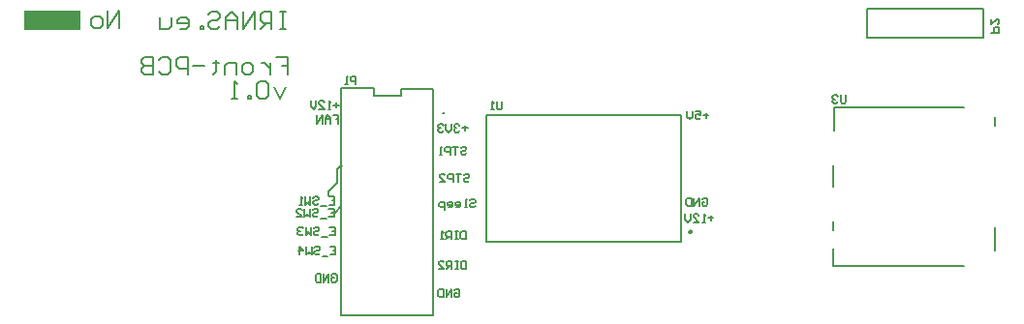
<source format=gbo>
G04*
G04 #@! TF.GenerationSoftware,Altium Limited,Altium Designer,18.1.9 (240)*
G04*
G04 Layer_Color=32896*
%FSAX25Y25*%
%MOIN*%
G70*
G01*
G75*
%ADD11C,0.00787*%
%ADD12C,0.00591*%
%ADD32C,0.01000*%
%ADD54R,0.19173X0.06614*%
D11*
X0586575Y0440472D02*
Y0450472D01*
Y0440472D02*
X0626575D01*
X0586575Y0450472D02*
X0626575D01*
Y0440472D02*
Y0450472D01*
X0575197Y0416291D02*
X0620118D01*
X0575098Y0361842D02*
X0620079D01*
X0630551Y0409961D02*
Y0413268D01*
Y0367284D02*
Y0375197D01*
X0575079Y0361862D02*
Y0367953D01*
Y0361862D02*
X0575098Y0361842D01*
X0575157Y0374095D02*
Y0377008D01*
X0575118Y0388976D02*
Y0396339D01*
X0575197Y0408347D02*
Y0416291D01*
X0455827Y0413701D02*
X0522756D01*
Y0370000D02*
Y0413701D01*
X0455827Y0370000D02*
X0522756D01*
X0455827D02*
Y0413701D01*
X0405827Y0422992D02*
X0416890D01*
Y0420433D02*
Y0422992D01*
Y0420433D02*
X0426457D01*
Y0422913D01*
X0437244D01*
X0405827Y0344843D02*
Y0422992D01*
Y0344843D02*
X0437165D01*
X0437244Y0344921D01*
Y0422913D01*
X0405709Y0396614D02*
X0405984D01*
X0404291Y0395197D02*
X0405709Y0396614D01*
X0404291Y0390512D02*
Y0395197D01*
X0401339Y0387559D02*
X0404291Y0390512D01*
X0401339Y0386181D02*
Y0387559D01*
X0405787Y0382323D02*
Y0385472D01*
X0403740Y0380276D02*
X0405787Y0382323D01*
X0329410Y0443898D02*
Y0449801D01*
X0325474Y0443898D01*
Y0449801D01*
X0322522Y0443898D02*
X0320554D01*
X0319570Y0444882D01*
Y0446849D01*
X0320554Y0447833D01*
X0322522D01*
X0323506Y0446849D01*
Y0444882D01*
X0322522Y0443898D01*
X0386614Y0423463D02*
X0384646Y0419528D01*
X0382678Y0423463D01*
X0380711Y0424447D02*
X0379727Y0425431D01*
X0377759D01*
X0376775Y0424447D01*
Y0420511D01*
X0377759Y0419528D01*
X0379727D01*
X0380711Y0420511D01*
Y0424447D01*
X0374807Y0419528D02*
Y0420511D01*
X0373823D01*
Y0419528D01*
X0374807D01*
X0369887D02*
X0367919D01*
X0368903D01*
Y0425431D01*
X0369887Y0424447D01*
X0383348Y0433856D02*
X0387283D01*
Y0430905D01*
X0385316D01*
X0387283D01*
Y0427953D01*
X0381380Y0431888D02*
Y0427953D01*
Y0429921D01*
X0380396Y0430905D01*
X0379412Y0431888D01*
X0378428D01*
X0374492Y0427953D02*
X0372524D01*
X0371540Y0428937D01*
Y0430905D01*
X0372524Y0431888D01*
X0374492D01*
X0375476Y0430905D01*
Y0428937D01*
X0374492Y0427953D01*
X0369573D02*
Y0431888D01*
X0366621D01*
X0365637Y0430905D01*
Y0427953D01*
X0362685Y0432872D02*
Y0431888D01*
X0363669D01*
X0361701D01*
X0362685D01*
Y0428937D01*
X0361701Y0427953D01*
X0358749Y0430905D02*
X0354814D01*
X0352846Y0427953D02*
Y0433856D01*
X0349894D01*
X0348910Y0432872D01*
Y0430905D01*
X0349894Y0429921D01*
X0352846D01*
X0343006Y0432872D02*
X0343990Y0433856D01*
X0345958D01*
X0346942Y0432872D01*
Y0428937D01*
X0345958Y0427953D01*
X0343990D01*
X0343006Y0428937D01*
X0341039Y0433856D02*
Y0427953D01*
X0338087D01*
X0337103Y0428937D01*
Y0429921D01*
X0338087Y0430905D01*
X0341039D01*
X0338087D01*
X0337103Y0431888D01*
Y0432872D01*
X0338087Y0433856D01*
X0341039D01*
X0386732Y0449486D02*
X0384764D01*
X0385748D01*
Y0443583D01*
X0386732D01*
X0384764D01*
X0381813D02*
Y0449486D01*
X0378861D01*
X0377877Y0448502D01*
Y0446534D01*
X0378861Y0445551D01*
X0381813D01*
X0379845D02*
X0377877Y0443583D01*
X0375909D02*
Y0449486D01*
X0371973Y0443583D01*
Y0449486D01*
X0370005Y0443583D02*
Y0447518D01*
X0368038Y0449486D01*
X0366070Y0447518D01*
Y0443583D01*
Y0446534D01*
X0370005D01*
X0360166Y0448502D02*
X0361150Y0449486D01*
X0363118D01*
X0364102Y0448502D01*
Y0447518D01*
X0363118Y0446534D01*
X0361150D01*
X0360166Y0445551D01*
Y0444567D01*
X0361150Y0443583D01*
X0363118D01*
X0364102Y0444567D01*
X0358198Y0443583D02*
Y0444567D01*
X0357214D01*
Y0443583D01*
X0358198D01*
X0350327D02*
X0352295D01*
X0353278Y0444567D01*
Y0446534D01*
X0352295Y0447518D01*
X0350327D01*
X0349343Y0446534D01*
Y0445551D01*
X0353278D01*
X0347375Y0447518D02*
Y0444567D01*
X0346391Y0443583D01*
X0343439D01*
Y0447518D01*
D12*
X0533779Y0378307D02*
X0531943D01*
X0532861Y0379225D02*
Y0377388D01*
X0531025Y0376929D02*
X0530106D01*
X0530565D01*
Y0379684D01*
X0531025Y0379225D01*
X0526892Y0376929D02*
X0528729D01*
X0526892Y0378766D01*
Y0379225D01*
X0527351Y0379684D01*
X0528269D01*
X0528729Y0379225D01*
X0525974Y0379684D02*
Y0377848D01*
X0525055Y0376929D01*
X0524137Y0377848D01*
Y0379684D01*
X0532126Y0413700D02*
X0530289D01*
X0531208Y0414619D02*
Y0412782D01*
X0527534Y0415078D02*
X0529371D01*
Y0413700D01*
X0528453Y0414159D01*
X0527993D01*
X0527534Y0413700D01*
Y0412782D01*
X0527993Y0412323D01*
X0528912D01*
X0529371Y0412782D01*
X0526616Y0415078D02*
Y0413241D01*
X0525698Y0412323D01*
X0524779Y0413241D01*
Y0415078D01*
X0529896Y0384816D02*
X0530355Y0385275D01*
X0531273D01*
X0531732Y0384816D01*
Y0382979D01*
X0531273Y0382520D01*
X0530355D01*
X0529896Y0382979D01*
Y0383897D01*
X0530814D01*
X0528977Y0382520D02*
Y0385275D01*
X0527141Y0382520D01*
Y0385275D01*
X0526222D02*
Y0382520D01*
X0524845D01*
X0524386Y0382979D01*
Y0384816D01*
X0524845Y0385275D01*
X0526222D01*
X0444620Y0353359D02*
X0445079Y0353818D01*
X0445997D01*
X0446457Y0353359D01*
Y0351522D01*
X0445997Y0351063D01*
X0445079D01*
X0444620Y0351522D01*
Y0352441D01*
X0445538D01*
X0443702Y0351063D02*
Y0353818D01*
X0441865Y0351063D01*
Y0353818D01*
X0440947D02*
Y0351063D01*
X0439569D01*
X0439110Y0351522D01*
Y0353359D01*
X0439569Y0353818D01*
X0440947D01*
X0402376Y0358556D02*
X0402835Y0359015D01*
X0403753D01*
X0404213Y0358556D01*
Y0356719D01*
X0403753Y0356260D01*
X0402835D01*
X0402376Y0356719D01*
Y0357637D01*
X0403294D01*
X0401458Y0356260D02*
Y0359015D01*
X0399621Y0356260D01*
Y0359015D01*
X0398703D02*
Y0356260D01*
X0397325D01*
X0396866Y0356719D01*
Y0358556D01*
X0397325Y0359015D01*
X0398703D01*
X0404921Y0417244D02*
X0403085D01*
X0404003Y0418162D02*
Y0416325D01*
X0402166Y0415866D02*
X0401248D01*
X0401707D01*
Y0418621D01*
X0402166Y0418162D01*
X0398034Y0415866D02*
X0399870D01*
X0398034Y0417703D01*
Y0418162D01*
X0398493Y0418621D01*
X0399411D01*
X0399870Y0418162D01*
X0397115Y0418621D02*
Y0416784D01*
X0396197Y0415866D01*
X0395279Y0416784D01*
Y0418621D01*
X0402927Y0413700D02*
X0404764D01*
Y0412322D01*
X0403845D01*
X0404764D01*
Y0410945D01*
X0402009D02*
Y0412782D01*
X0401090Y0413700D01*
X0400172Y0412782D01*
Y0410945D01*
Y0412322D01*
X0402009D01*
X0399254Y0410945D02*
Y0413700D01*
X0397417Y0410945D01*
Y0413700D01*
X0401588Y0385668D02*
X0403425D01*
Y0382913D01*
X0401588D01*
X0403425Y0384291D02*
X0402507D01*
X0400670Y0382454D02*
X0398833D01*
X0396078Y0385209D02*
X0396538Y0385668D01*
X0397456D01*
X0397915Y0385209D01*
Y0384750D01*
X0397456Y0384291D01*
X0396538D01*
X0396078Y0383832D01*
Y0383373D01*
X0396538Y0382913D01*
X0397456D01*
X0397915Y0383373D01*
X0395160Y0385668D02*
Y0382913D01*
X0394242Y0383832D01*
X0393323Y0382913D01*
Y0385668D01*
X0392405Y0382913D02*
X0391487D01*
X0391946D01*
Y0385668D01*
X0392405Y0385209D01*
X0401431Y0381456D02*
X0403268D01*
Y0378701D01*
X0401431D01*
X0403268Y0380078D02*
X0402349D01*
X0400513Y0378242D02*
X0398676D01*
X0395921Y0380997D02*
X0396380Y0381456D01*
X0397299D01*
X0397758Y0380997D01*
Y0380538D01*
X0397299Y0380078D01*
X0396380D01*
X0395921Y0379619D01*
Y0379160D01*
X0396380Y0378701D01*
X0397299D01*
X0397758Y0379160D01*
X0395003Y0381456D02*
Y0378701D01*
X0394084Y0379619D01*
X0393166Y0378701D01*
Y0381456D01*
X0390411Y0378701D02*
X0392248D01*
X0390411Y0380538D01*
Y0380997D01*
X0390870Y0381456D01*
X0391789D01*
X0392248Y0380997D01*
X0401825Y0375157D02*
X0403661D01*
Y0372402D01*
X0401825D01*
X0403661Y0373779D02*
X0402743D01*
X0400906Y0371942D02*
X0399070D01*
X0396315Y0374697D02*
X0396774Y0375157D01*
X0397692D01*
X0398151Y0374697D01*
Y0374238D01*
X0397692Y0373779D01*
X0396774D01*
X0396315Y0373320D01*
Y0372861D01*
X0396774Y0372402D01*
X0397692D01*
X0398151Y0372861D01*
X0395396Y0375157D02*
Y0372402D01*
X0394478Y0373320D01*
X0393560Y0372402D01*
Y0375157D01*
X0392641Y0374697D02*
X0392182Y0375157D01*
X0391264D01*
X0390805Y0374697D01*
Y0374238D01*
X0391264Y0373779D01*
X0391723D01*
X0391264D01*
X0390805Y0373320D01*
Y0372861D01*
X0391264Y0372402D01*
X0392182D01*
X0392641Y0372861D01*
X0401982Y0368424D02*
X0403819D01*
Y0365669D01*
X0401982D01*
X0403819Y0367047D02*
X0402901D01*
X0401064Y0365210D02*
X0399227D01*
X0396472Y0367965D02*
X0396931Y0368424D01*
X0397850D01*
X0398309Y0367965D01*
Y0367506D01*
X0397850Y0367047D01*
X0396931D01*
X0396472Y0366588D01*
Y0366128D01*
X0396931Y0365669D01*
X0397850D01*
X0398309Y0366128D01*
X0395554Y0368424D02*
Y0365669D01*
X0394636Y0366588D01*
X0393717Y0365669D01*
Y0368424D01*
X0391421Y0365669D02*
Y0368424D01*
X0392799Y0367047D01*
X0390962D01*
X0448819Y0363464D02*
Y0360709D01*
X0447441D01*
X0446982Y0361168D01*
Y0363004D01*
X0447441Y0363464D01*
X0448819D01*
X0446064D02*
X0445146D01*
X0445605D01*
Y0360709D01*
X0446064D01*
X0445146D01*
X0443768D02*
Y0363464D01*
X0442390D01*
X0441931Y0363004D01*
Y0362086D01*
X0442390Y0361627D01*
X0443768D01*
X0442850D02*
X0441931Y0360709D01*
X0439176D02*
X0441013D01*
X0439176Y0362545D01*
Y0363004D01*
X0439636Y0363464D01*
X0440554D01*
X0441013Y0363004D01*
X0448661Y0373739D02*
Y0370984D01*
X0447284D01*
X0446825Y0371443D01*
Y0373280D01*
X0447284Y0373739D01*
X0448661D01*
X0445906D02*
X0444988D01*
X0445447D01*
Y0370984D01*
X0445906D01*
X0444988D01*
X0443610D02*
Y0373739D01*
X0442233D01*
X0441774Y0373280D01*
Y0372362D01*
X0442233Y0371903D01*
X0443610D01*
X0442692D02*
X0441774Y0370984D01*
X0440856D02*
X0439937D01*
X0440396D01*
Y0373739D01*
X0440856Y0373280D01*
X0450014Y0384304D02*
X0450473Y0384763D01*
X0451391D01*
X0451850Y0384304D01*
Y0383844D01*
X0451391Y0383385D01*
X0450473D01*
X0450014Y0382926D01*
Y0382467D01*
X0450473Y0382008D01*
X0451391D01*
X0451850Y0382467D01*
X0449095Y0382008D02*
X0448177D01*
X0448636D01*
Y0384763D01*
X0449095D01*
X0445422Y0382008D02*
X0446340D01*
X0446800Y0382467D01*
Y0383385D01*
X0446340Y0383844D01*
X0445422D01*
X0444963Y0383385D01*
Y0382926D01*
X0446800D01*
X0442667Y0382008D02*
X0443585D01*
X0444044Y0382467D01*
Y0383385D01*
X0443585Y0383844D01*
X0442667D01*
X0442208Y0383385D01*
Y0382926D01*
X0444044D01*
X0441290Y0381089D02*
Y0383844D01*
X0439912D01*
X0439453Y0383385D01*
Y0382467D01*
X0439912Y0382008D01*
X0441290D01*
X0447927Y0393004D02*
X0448386Y0393464D01*
X0449305D01*
X0449764Y0393004D01*
Y0392545D01*
X0449305Y0392086D01*
X0448386D01*
X0447927Y0391627D01*
Y0391168D01*
X0448386Y0390709D01*
X0449305D01*
X0449764Y0391168D01*
X0447009Y0393464D02*
X0445172D01*
X0446090D01*
Y0390709D01*
X0444254D02*
Y0393464D01*
X0442876D01*
X0442417Y0393004D01*
Y0392086D01*
X0442876Y0391627D01*
X0444254D01*
X0439662Y0390709D02*
X0441499D01*
X0439662Y0392545D01*
Y0393004D01*
X0440121Y0393464D01*
X0441040D01*
X0441499Y0393004D01*
X0446904Y0402493D02*
X0447363Y0402952D01*
X0448281D01*
X0448740Y0402493D01*
Y0402034D01*
X0448281Y0401574D01*
X0447363D01*
X0446904Y0401115D01*
Y0400656D01*
X0447363Y0400197D01*
X0448281D01*
X0448740Y0400656D01*
X0445985Y0402952D02*
X0444148D01*
X0445067D01*
Y0400197D01*
X0443230D02*
Y0402952D01*
X0441853D01*
X0441393Y0402493D01*
Y0401574D01*
X0441853Y0401115D01*
X0443230D01*
X0440475Y0400197D02*
X0439557D01*
X0440016D01*
Y0402952D01*
X0440475Y0402493D01*
X0449173Y0409330D02*
X0447336D01*
X0448255Y0410249D02*
Y0408412D01*
X0446418Y0410249D02*
X0445959Y0410708D01*
X0445041D01*
X0444582Y0410249D01*
Y0409789D01*
X0445041Y0409330D01*
X0445500D01*
X0445041D01*
X0444582Y0408871D01*
Y0408412D01*
X0445041Y0407953D01*
X0445959D01*
X0446418Y0408412D01*
X0443663Y0410708D02*
Y0408871D01*
X0442745Y0407953D01*
X0441826Y0408871D01*
Y0410708D01*
X0440908Y0410249D02*
X0440449Y0410708D01*
X0439531D01*
X0439072Y0410249D01*
Y0409789D01*
X0439531Y0409330D01*
X0439990D01*
X0439531D01*
X0439072Y0408871D01*
Y0408412D01*
X0439531Y0407953D01*
X0440449D01*
X0440908Y0408412D01*
X0629370Y0442244D02*
X0632125D01*
Y0443622D01*
X0631666Y0444081D01*
X0630748D01*
X0630288Y0443622D01*
Y0442244D01*
X0629370Y0446836D02*
Y0444999D01*
X0631207Y0446836D01*
X0631666D01*
X0632125Y0446377D01*
Y0445458D01*
X0631666Y0444999D01*
X0410827Y0424528D02*
Y0427283D01*
X0409449D01*
X0408990Y0426823D01*
Y0425905D01*
X0409449Y0425446D01*
X0410827D01*
X0408072Y0424528D02*
X0407153D01*
X0407613D01*
Y0427283D01*
X0408072Y0426823D01*
X0461024Y0418385D02*
Y0416089D01*
X0460565Y0415630D01*
X0459646D01*
X0459187Y0416089D01*
Y0418385D01*
X0458269Y0415630D02*
X0457350D01*
X0457809D01*
Y0418385D01*
X0458269Y0417926D01*
X0579370Y0420629D02*
Y0418333D01*
X0578911Y0417874D01*
X0577993D01*
X0577533Y0418333D01*
Y0420629D01*
X0576615Y0420170D02*
X0576156Y0420629D01*
X0575238D01*
X0574778Y0420170D01*
Y0419711D01*
X0575238Y0419251D01*
X0575697D01*
X0575238D01*
X0574778Y0418792D01*
Y0418333D01*
X0575238Y0417874D01*
X0576156D01*
X0576615Y0418333D01*
D32*
X0526299Y0373543D02*
G03*
X0526299Y0373543I-0000394J0000000D01*
G01*
X0440948Y0414409D02*
G03*
X0440948Y0414409I-0000240J0000000D01*
G01*
D54*
X0306319Y0446378D02*
D03*
M02*

</source>
